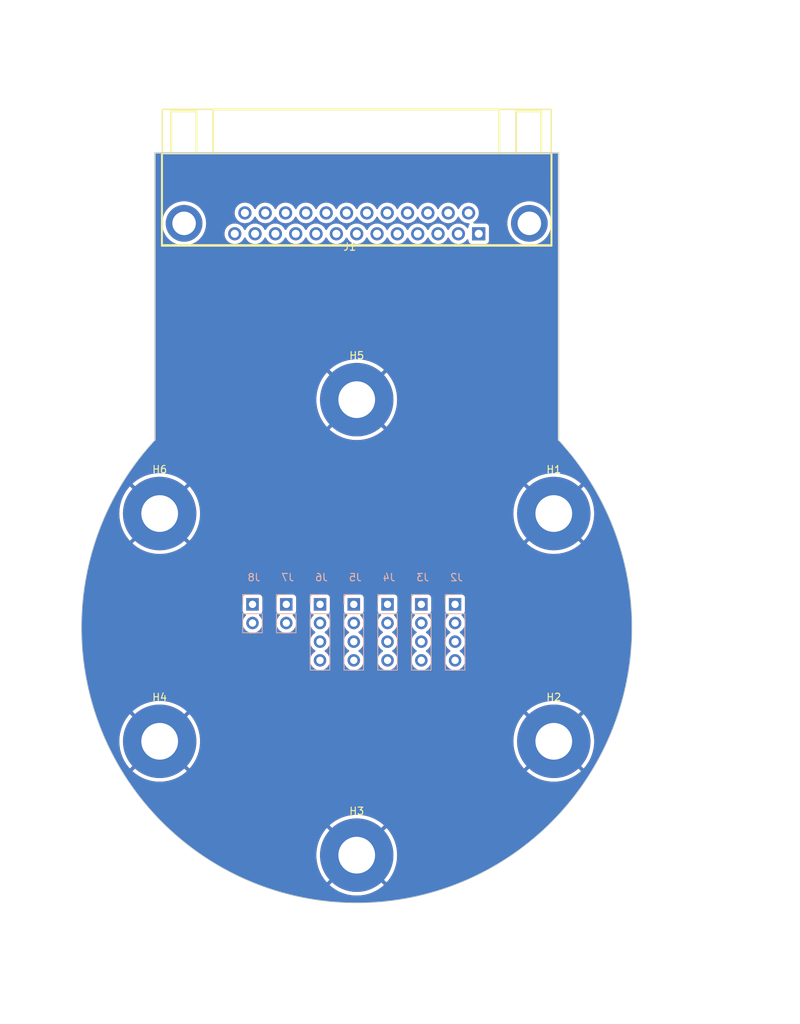
<source format=kicad_pcb>
(kicad_pcb (version 20221018) (generator pcbnew)
  (layers (0 "F.Cu" signal) (1 "In1.Cu" signal) (2 "In2.Cu" signal) (31 "B.Cu" signal) (34 "B.Paste" user) (35 "F.Paste" user) (36 "B.SilkS" user "B.Silkscreen") (37 "F.SilkS" user "F.Silkscreen") (38 "B.Mask" user) (39 "F.Mask" user) (44 "Edge.Cuts" user))
  (net 0 "")
  (net 1 "GND")
  (net 2 "Net-(J2-Pin_1)")
  (net 3 "Net-(J2-Pin_3)")
  (net 4 "Net-(J3-Pin_1)")
  (net 5 "Net-(J3-Pin_3)")
  (net 6 "Net-(J4-Pin_1)")
  (net 7 "Net-(J4-Pin_3)")
  (net 8 "Net-(J5-Pin_1)")
  (net 9 "Net-(J5-Pin_3)")
  (net 10 "Net-(J6-Pin_1)")
  (net 11 "Net-(J6-Pin_3)")
  (net 12 "Net-(J7-Pin_1)")
  (net 13 "Net-(J8-Pin_1)")
  (net 15 "Net-(J1-P14)")
  (net 16 "Net-(J1-P15)")
  (net 17 "Net-(J1-P16)")
  (net 18 "Net-(J1-P17)")
  (net 19 "Net-(J1-P18)")
  (net 20 "Net-(J1-P19)")
  (net 21 "Net-(J1-P20)")
  (net 22 "Net-(J1-P21)")
  (net 23 "Net-(J1-P22)")
  (net 24 "Net-(J1-P23)")
  (net 25 "Net-(J1-P24)")
  (net 26 "Net-(J1-P25)")
  (footprint "MountingHole:MountingHole_5mm_Pad" (layer "F.Cu") (at 26.846788 15.5)
    (fp_text reference "H2" (at 0 -6) (layer "F.SilkS"))
    (fp_text value "MountingHole_Pad")
    (pad "1" thru_hole circle (at 0 0) (size 10 10) (drill 5) (layers "*.Cu" "*.Mask") (net 1 "GND"))
  )
  (footprint "0_lib:DB25-TH_FDB2501-M0DB300K6KA" (layer "F.Cu") (at 0 -55 180)
    (fp_text reference "J1" (at 0 -3.207) (layer "F.SilkS") (effects (justify right)))
    (fp_text value "DB25_Plug")
    (fp_line (start -26.543 9.525) (end 26.543 9.525) (stroke (width 0.254)) (layer "F.SilkS"))
    (fp_line (start -26.54 -3.05) (end -26.543 9.525) (stroke (width 0.254)) (layer "F.SilkS"))
    (fp_line (start -25.146 9.525) (end -25.146 15.24) (stroke (width 0.254)) (layer "F.SilkS"))
    (fp_line (start -25.146 15.24) (end -21.717 15.24) (stroke (width 0.254)) (layer "F.SilkS"))
    (fp_line (start -21.717 15.24) (end -21.717 9.525) (stroke (width 0.254)) (layer "F.SilkS"))
    (fp_line (start -19.431 15.494) (end -19.431 9.652) (stroke (width 0.254)) (layer "F.SilkS"))
    (fp_line (start 19.558 9.525) (end 19.558 15.494) (stroke (width 0.254)) (layer "F.SilkS"))
    (fp_line (start 19.558 15.494) (end -19.431 15.494) (stroke (width 0.254)) (layer "F.SilkS"))
    (fp_line (start 21.844 15.24) (end 21.844 9.525) (stroke (width 0.254)) (layer "F.SilkS"))
    (fp_line (start 25.273 9.525) (end 25.273 15.24) (stroke (width 0.254)) (layer "F.SilkS"))
    (fp_line (start 25.273 15.24) (end 21.844 15.24) (stroke (width 0.254)) (layer "F.SilkS"))
    (fp_line (start 26.543 0) (end 26.55 -3.05) (stroke (width 0.254)) (layer "F.SilkS"))
    (fp_line (start 26.543 9.525) (end 26.543 -2.921) (stroke (width 0.254)) (layer "F.SilkS"))
    (fp_line (start 26.55 -3.05) (end -26.536 -3.05) (stroke (width 0.254)) (layer "F.SilkS"))
    (pad "1" thru_hole rect (at -16.62 -1.42 180) (size 1.8 1.8) (drill 1.1) (layers "*.Cu" "*.Mask") (net 2 "Net-(J2-Pin_1)"))
    (pad "2" thru_hole circle (at -13.85 -1.42 180) (size 1.8 1.8) (drill 1.1) (layers "*.Cu" "*.Mask") (net 3 "Net-(J2-Pin_3)"))
    (pad "3" thru_hole circle (at -11.08 -1.42 180) (size 1.8 1.8) (drill 1.1) (layers "*.Cu" "*.Mask") (net 4 "Net-(J3-Pin_1)"))
    (pad "4" thru_hole circle (at -8.31 -1.42 180) (size 1.8 1.8) (drill 1.1) (layers "*.Cu" "*.Mask") (net 5 "Net-(J3-Pin_3)"))
    (pad "5" thru_hole circle (at -5.54 -1.42 180) (size 1.8 1.8) (drill 1.1) (layers "*.Cu" "*.Mask") (net 6 "Net-(J4-Pin_1)"))
    (pad "6" thru_hole circle (at -2.77 -1.42 180) (size 1.8 1.8) (drill 1.1) (layers "*.Cu" "*.Mask") (net 7 "Net-(J4-Pin_3)"))
    (pad "7" thru_hole circle (at 0 -1.42 180) (size 1.8 1.8) (drill 1.1) (layers "*.Cu" "*.Mask") (net 8 "Net-(J5-Pin_1)"))
    (pad "8" thru_hole circle (at 2.77 -1.42 180) (size 1.8 1.8) (drill 1.1) (layers "*.Cu" "*.Mask") (net 9 "Net-(J5-Pin_3)"))
    (pad "9" thru_hole circle (at 5.54 -1.42 180) (size 1.8 1.8) (drill 1.1) (layers "*.Cu" "*.Mask") (net 10 "Net-(J6-Pin_1)"))
    (pad "10" thru_hole circle (at 8.31 -1.42 180) (size 1.8 1.8) (drill 1.1) (layers "*.Cu" "*.Mask") (net 11 "Net-(J6-Pin_3)"))
    (pad "11" thru_hole circle (at 11.08 -1.42 180) (size 1.8 1.8) (drill 1.1) (layers "*.Cu" "*.Mask") (net 12 "Net-(J7-Pin_1)"))
    (pad "12" thru_hole circle (at 13.85 -1.42 180) (size 1.8 1.8) (drill 1.1) (layers "*.Cu" "*.Mask") (net 13 "Net-(J8-Pin_1)"))
    (pad "13" thru_hole circle (at 16.62 -1.42 180) (size 1.8 1.8) (drill 1.1) (layers "*.Cu" "*.Mask"))
    (pad "14" thru_hole circle (at -15.235 1.42 180) (size 1.8 1.8) (drill 1.1) (layers "*.Cu" "*.Mask") (net 15 "Net-(J1-P14)"))
    (pad "15" thru_hole circle (at -12.465 1.42 180) (size 1.8 1.8) (drill 1.1) (layers "*.Cu" "*.Mask") (net 16 "Net-(J1-P15)"))
    (pad "16" thru_hole circle (at -9.695 1.42 180) (size 1.8 1.8) (drill 1.1) (layers "*.Cu" "*.Mask") (net 17 "Net-(J1-P16)"))
    (pad "17" thru_hole circle (at -6.925 1.42 180) (size 1.8 1.8) (drill 1.1) (layers "*.Cu" "*.Mask") (net 18 "Net-(J1-P17)"))
    (pad "18" thru_hole circle (at -4.155 1.42 180) (size 1.8 1.8) (drill 1.1) (layers "*.Cu" "*.Mask") (net 19 "Net-(J1-P18)"))
    (pad "19" thru_hole circle (at -1.385 1.42 180) (size 1.8 1.8) (drill 1.1) (layers "*.Cu" "*.Mask") (net 20 "Net-(J1-P19)"))
    (pad "20" thru_hole circle (at 1.385 1.42 180) (size 1.8 1.8) (drill 1.1) (layers "*.Cu" "*.Mask") (net 21 "Net-(J1-P20)"))
    (pad "21" thru_hole circle (at 4.155 1.42 180) (size 1.8 1.8) (drill 1.1) (layers "*.Cu" "*.Mask") (net 22 "Net-(J1-P21)"))
    (pad "22" thru_hole circle (at 6.925 1.42 180) (size 1.8 1.8) (drill 1.1) (layers "*.Cu" "*.Mask") (net 23 "Net-(J1-P22)"))
    (pad "23" thru_hole circle (at 9.695 1.42 180) (size 1.8 1.8) (drill 1.1) (layers "*.Cu" "*.Mask") (net 24 "Net-(J1-P23)"))
    (pad "24" thru_hole circle (at 12.465 1.42 180) (size 1.8 1.8) (drill 1.1) (layers "*.Cu" "*.Mask") (net 25 "Net-(J1-P24)"))
    (pad "25" thru_hole circle (at 15.235 1.42 180) (size 1.8 1.8) (drill 1.1) (layers "*.Cu" "*.Mask") (net 26 "Net-(J1-P25)"))
    (pad "26" thru_hole circle (at -23.52 0 180) (size 5 5) (drill 3.2) (layers "*.Cu" "*.Mask"))
    (pad "27" thru_hole circle (at 23.52 0 180) (size 5 5) (drill 3.2) (layers "*.Cu" "*.Mask"))
  )
  (footprint "MountingHole:MountingHole_5mm_Pad" (layer "F.Cu") (at -26.846788 -15.5)
    (fp_text reference "H6" (at 0 -6) (layer "F.SilkS"))
    (fp_text value "MountingHole_Pad")
    (pad "1" thru_hole circle (at 0 0) (size 10 10) (drill 5) (layers "*.Cu" "*.Mask") (net 1 "GND"))
  )
  (footprint "MountingHole:MountingHole_5mm_Pad" (layer "F.Cu") (at -26.846788 15.5)
    (fp_text reference "H4" (at 0 -6) (layer "F.SilkS"))
    (fp_text value "MountingHole_Pad")
    (pad "1" thru_hole circle (at 0 0) (size 10 10) (drill 5) (layers "*.Cu" "*.Mask") (net 1 "GND"))
  )
  (footprint "MountingHole:MountingHole_5mm_Pad" (layer "F.Cu") (at 26.846788 -15.5)
    (fp_text reference "H1" (at 0 -6) (layer "F.SilkS"))
    (fp_text value "MountingHole_Pad")
    (pad "1" thru_hole circle (at 0 0) (size 10 10) (drill 5) (layers "*.Cu" "*.Mask") (net 1 "GND"))
  )
  (footprint "MountingHole:MountingHole_5mm_Pad" (layer "F.Cu") (at 0 -31)
    (fp_text reference "H5" (at 0 -6) (layer "F.SilkS"))
    (fp_text value "MountingHole_Pad")
    (pad "1" thru_hole circle (at 0 0) (size 10 10) (drill 5) (layers "*.Cu" "*.Mask") (net 1 "GND"))
  )
  (footprint "MountingHole:MountingHole_5mm_Pad" (layer "F.Cu") (at 0 31)
    (fp_text reference "H3" (at 0 -6) (layer "F.SilkS"))
    (fp_text value "MountingHole_Pad")
    (pad "1" thru_hole circle (at 0 0) (size 10 10) (drill 5) (layers "*.Cu" "*.Mask") (net 1 "GND"))
  )
  (footprint "Connector_PinSocket_2.54mm:PinSocket_1x04_P2.54mm_Vertical" (layer "B.Cu") (at -5 -3.14 180)
    (fp_text reference "J6" (at -0.2 3.66) (layer "B.SilkS") (effects (justify mirror)))
    (fp_text value "Conn_01x04_Socket")
    (fp_line (start -1.33 -8.95) (end 1.33 -8.95) (stroke (width 0.12)) (layer "B.SilkS"))
    (fp_line (start -1.33 -1.27) (end -1.33 -8.95) (stroke (width 0.12)) (layer "B.SilkS"))
    (fp_line (start -1.33 -1.27) (end 1.33 -1.27) (stroke (width 0.12)) (layer "B.SilkS"))
    (fp_line (start 0 1.33) (end 1.33 1.33) (stroke (width 0.12)) (layer "B.SilkS"))
    (fp_line (start 1.33 -1.27) (end 1.33 -8.95) (stroke (width 0.12)) (layer "B.SilkS"))
    (fp_line (start 1.33 1.33) (end 1.33 0) (stroke (width 0.12)) (layer "B.SilkS"))
    (pad "1" thru_hole rect (at 0 0 180) (size 1.7 1.7) (drill 1) (layers "*.Cu" "*.Mask") (net 10 "Net-(J6-Pin_1)"))
    (pad "2" thru_hole oval (at 0 -2.54 180) (size 1.7 1.7) (drill 1) (layers "*.Cu" "*.Mask") (net 23 "Net-(J1-P22)"))
    (pad "3" thru_hole oval (at 0 -5.08 180) (size 1.7 1.7) (drill 1) (layers "*.Cu" "*.Mask") (net 11 "Net-(J6-Pin_3)"))
    (pad "4" thru_hole oval (at 0 -7.62 180) (size 1.7 1.7) (drill 1) (layers "*.Cu" "*.Mask") (net 24 "Net-(J1-P23)"))
  )
  (footprint "Connector_PinSocket_2.54mm:PinSocket_1x02_P2.54mm_Vertical" (layer "B.Cu") (at -9.6 -3.14 180)
    (fp_text reference "J7" (at -0.2 3.66) (layer "B.SilkS") (effects (justify mirror)))
    (fp_text value "Conn_01x02_Socket")
    (fp_line (start -1.33 -3.87) (end 1.33 -3.87) (stroke (width 0.12)) (layer "B.SilkS"))
    (fp_line (start -1.33 -1.27) (end -1.33 -3.87) (stroke (width 0.12)) (layer "B.SilkS"))
    (fp_line (start -1.33 -1.27) (end 1.33 -1.27) (stroke (width 0.12)) (layer "B.SilkS"))
    (fp_line (start 0 1.33) (end 1.33 1.33) (stroke (width 0.12)) (layer "B.SilkS"))
    (fp_line (start 1.33 -1.27) (end 1.33 -3.87) (stroke (width 0.12)) (layer "B.SilkS"))
    (fp_line (start 1.33 1.33) (end 1.33 0) (stroke (width 0.12)) (layer "B.SilkS"))
    (pad "1" thru_hole rect (at 0 0 180) (size 1.7 1.7) (drill 1) (layers "*.Cu" "*.Mask") (net 12 "Net-(J7-Pin_1)"))
    (pad "2" thru_hole oval (at 0 -2.54 180) (size 1.7 1.7) (drill 1) (layers "*.Cu" "*.Mask") (net 25 "Net-(J1-P24)"))
  )
  (footprint "Connector_PinSocket_2.54mm:PinSocket_1x04_P2.54mm_Vertical" (layer "B.Cu") (at -0.4 -3.14 180)
    (fp_text reference "J5" (at -0.2 3.66) (layer "B.SilkS") (effects (justify mirror)))
    (fp_text value "Conn_01x04_Socket")
    (fp_line (start -1.33 -8.95) (end 1.33 -8.95) (stroke (width 0.12)) (layer "B.SilkS"))
    (fp_line (start -1.33 -1.27) (end -1.33 -8.95) (stroke (width 0.12)) (layer "B.SilkS"))
    (fp_line (start -1.33 -1.27) (end 1.33 -1.27) (stroke (width 0.12)) (layer "B.SilkS"))
    (fp_line (start 0 1.33) (end 1.33 1.33) (stroke (width 0.12)) (layer "B.SilkS"))
    (fp_line (start 1.33 -1.27) (end 1.33 -8.95) (stroke (width 0.12)) (layer "B.SilkS"))
    (fp_line (start 1.33 1.33) (end 1.33 0) (stroke (width 0.12)) (layer "B.SilkS"))
    (pad "1" thru_hole rect (at 0 0 180) (size 1.7 1.7) (drill 1) (layers "*.Cu" "*.Mask") (net 8 "Net-(J5-Pin_1)"))
    (pad "2" thru_hole oval (at 0 -2.54 180) (size 1.7 1.7) (drill 1) (layers "*.Cu" "*.Mask") (net 21 "Net-(J1-P20)"))
    (pad "3" thru_hole oval (at 0 -5.08 180) (size 1.7 1.7) (drill 1) (layers "*.Cu" "*.Mask") (net 9 "Net-(J5-Pin_3)"))
    (pad "4" thru_hole oval (at 0 -7.62 180) (size 1.7 1.7) (drill 1) (layers "*.Cu" "*.Mask") (net 22 "Net-(J1-P21)"))
  )
  (footprint "Connector_PinSocket_2.54mm:PinSocket_1x02_P2.54mm_Vertical" (layer "B.Cu") (at -14.2 -3.14 180)
    (fp_text reference "J8" (at -0.2 3.66) (layer "B.SilkS") (effects (justify mirror)))
    (fp_text value "Conn_01x02_Socket")
    (fp_line (start -1.33 -3.87) (end 1.33 -3.87) (stroke (width 0.12)) (layer "B.SilkS"))
    (fp_line (start -1.33 -1.27) (end -1.33 -3.87) (stroke (width 0.12)) (layer "B.SilkS"))
    (fp_line (start -1.33 -1.27) (end 1.33 -1.27) (stroke (width 0.12)) (layer "B.SilkS"))
    (fp_line (start 0 1.33) (end 1.33 1.33) (stroke (width 0.12)) (layer "B.SilkS"))
    (fp_line (start 1.33 -1.27) (end 1.33 -3.87) (stroke (width 0.12)) (layer "B.SilkS"))
    (fp_line (start 1.33 1.33) (end 1.33 0) (stroke (width 0.12)) (layer "B.SilkS"))
    (pad "1" thru_hole rect (at 0 0 180) (size 1.7 1.7) (drill 1) (layers "*.Cu" "*.Mask") (net 13 "Net-(J8-Pin_1)"))
    (pad "2" thru_hole oval (at 0 -2.54 180) (size 1.7 1.7) (drill 1) (layers "*.Cu" "*.Mask") (net 26 "Net-(J1-P25)"))
  )
  (footprint "Connector_PinSocket_2.54mm:PinSocket_1x04_P2.54mm_Vertical" (layer "B.Cu") (at 8.8 -3.14 180)
    (fp_text reference "J3" (at -0.2 3.66) (layer "B.SilkS") (effects (justify mirror)))
    (fp_text value "Conn_01x04_Socket")
    (fp_line (start -1.33 -8.95) (end 1.33 -8.95) (stroke (width 0.12)) (layer "B.SilkS"))
    (fp_line (start -1.33 -1.27) (end -1.33 -8.95) (stroke (width 0.12)) (layer "B.SilkS"))
    (fp_line (start -1.33 -1.27) (end 1.33 -1.27) (stroke (width 0.12)) (layer "B.SilkS"))
    (fp_line (start 0 1.33) (end 1.33 1.33) (stroke (width 0.12)) (layer "B.SilkS"))
    (fp_line (start 1.33 -1.27) (end 1.33 -8.95) (stroke (width 0.12)) (layer "B.SilkS"))
    (fp_line (start 1.33 1.33) (end 1.33 0) (stroke (width 0.12)) (layer "B.SilkS"))
    (pad "1" thru_hole rect (at 0 0 180) (size 1.7 1.7) (drill 1) (layers "*.Cu" "*.Mask") (net 4 "Net-(J3-Pin_1)"))
    (pad "2" thru_hole oval (at 0 -2.54 180) (size 1.7 1.7) (drill 1) (layers "*.Cu" "*.Mask") (net 17 "Net-(J1-P16)"))
    (pad "3" thru_hole oval (at 0 -5.08 180) (size 1.7 1.7) (drill 1) (layers "*.Cu" "*.Mask") (net 5 "Net-(J3-Pin_3)"))
    (pad "4" thru_hole oval (at 0 -7.62 180) (size 1.7 1.7) (drill 1) (layers "*.Cu" "*.Mask") (net 18 "Net-(J1-P17)"))
  )
  (footprint "Connector_PinSocket_2.54mm:PinSocket_1x04_P2.54mm_Vertical" (layer "B.Cu") (at 13.4 -3.14 180)
    (fp_text reference "J2" (at -0.2 3.66) (layer "B.SilkS") (effects (justify mirror)))
    (fp_text value "Conn_01x04_Socket")
    (fp_line (start -1.33 -8.95) (end 1.33 -8.95) (stroke (width 0.12)) (layer "B.SilkS"))
    (fp_line (start -1.33 -1.27) (end -1.33 -8.95) (stroke (width 0.12)) (layer "B.SilkS"))
    (fp_line (start -1.33 -1.27) (end 1.33 -1.27) (stroke (width 0.12)) (layer "B.SilkS"))
    (fp_line (start 0 1.33) (end 1.33 1.33) (stroke (width 0.12)) (layer "B.SilkS"))
    (fp_line (start 1.33 -1.27) (end 1.33 -8.95) (stroke (width 0.12)) (layer "B.SilkS"))
    (fp_line (start 1.33 1.33) (end 1.33 0) (stroke (width 0.12)) (layer "B.SilkS"))
    (pad "1" thru_hole rect (at 0 0 180) (size 1.7 1.7) (drill 1) (layers "*.Cu" "*.Mask") (net 2 "Net-(J2-Pin_1)"))
    (pad "2" thru_hole oval (at 0 -2.54 180) (size 1.7 1.7) (drill 1) (layers "*.Cu" "*.Mask") (net 15 "Net-(J1-P14)"))
    (pad "3" thru_hole oval (at 0 -5.08 180) (size 1.7 1.7) (drill 1) (layers "*.Cu" "*.Mask") (net 3 "Net-(J2-Pin_3)"))
    (pad "4" thru_hole oval (at 0 -7.62 180) (size 1.7 1.7) (drill 1) (layers "*.Cu" "*.Mask") (net 16 "Net-(J1-P15)"))
  )
  (footprint "Connector_PinSocket_2.54mm:PinSocket_1x04_P2.54mm_Vertical" (layer "B.Cu") (at 4.2 -3.14 180)
    (fp_text reference "J4" (at -0.2 3.66) (layer "B.SilkS") (effects (justify mirror)))
    (fp_text value "Conn_01x04_Socket")
    (fp_line (start -1.33 -8.95) (end 1.33 -8.95) (stroke (width 0.12)) (layer "B.SilkS"))
    (fp_line (start -1.33 -1.27) (end -1.33 -8.95) (stroke (width 0.12)) (layer "B.SilkS"))
    (fp_line (start -1.33 -1.27) (end 1.33 -1.27) (stroke (width 0.12)) (layer "B.SilkS"))
    (fp_line (start 0 1.33) (end 1.33 1.33) (stroke (width 0.12)) (layer "B.SilkS"))
    (fp_line (start 1.33 -1.27) (end 1.33 -8.95) (stroke (width 0.12)) (layer "B.SilkS"))
    (fp_line (start 1.33 1.33) (end 1.33 0) (stroke (width 0.12)) (layer "B.SilkS"))
    (pad "1" thru_hole rect (at 0 0 180) (size 1.7 1.7) (drill 1) (layers "*.Cu" "*.Mask") (net 6 "Net-(J4-Pin_1)"))
    (pad "2" thru_hole oval (at 0 -2.54 180) (size 1.7 1.7) (drill 1) (layers "*.Cu" "*.Mask") (net 19 "Net-(J1-P18)"))
    (pad "3" thru_hole oval (at 0 -5.08 180) (size 1.7 1.7) (drill 1) (layers "*.Cu" "*.Mask") (net 7 "Net-(J4-Pin_3)"))
    (pad "4" thru_hole oval (at 0 -7.62 180) (size 1.7 1.7) (drill 1) (layers "*.Cu" "*.Mask") (net 20 "Net-(J1-P19)"))
  )
  (gr_line (start -26.5 -52.07) (end 26.5 -52.07) (stroke (width 0.2)) (layer "F.SilkS"))
  (gr_line (start -26.5 -70.52) (end -26.5 -52.07) (stroke (width 0.2)) (layer "F.SilkS"))
  (gr_line (start -26.5 -70.52) (end 26.5 -70.52) (stroke (width 0.2)) (layer "F.SilkS"))
  (gr_line (start 26.5 -70.52) (end 26.5 -52.07) (stroke (width 0.2)) (layer "F.SilkS"))
  (gr_line (start 27.5 -64.6) (end 27.5 -25.5) (stroke (width 0.2)) (layer "Edge.Cuts"))
  (gr_line (start -27.5 -64.6) (end 27.5 -64.6) (stroke (width 0.2)) (layer "Edge.Cuts"))
  (gr_arc (start 27.5 -25.5) (mid 0 37.503333) (end -27.5 -25.5) (stroke (width 0.1)) (layer "Edge.Cuts"))
  (gr_line (start -27.5 -25.5) (end -27.5 -64.6) (stroke (width 0.2)) (layer "Edge.Cuts"))
  (zone (net 1) (net_name "GND") (layers "F.Cu" "In1.Cu" "In2.Cu" "B.Cu") (connect_pads (clearance 0.5)) (min_thickness 0.25) (fill yes (thermal_gap 0.5) (thermal_bridge_width 0.5))
    (polygon (pts (xy -40.2 -83.8) (xy 59.4 -85.4) (xy 60.4 54) (xy -48.6 53.6)))
  )
)
</source>
